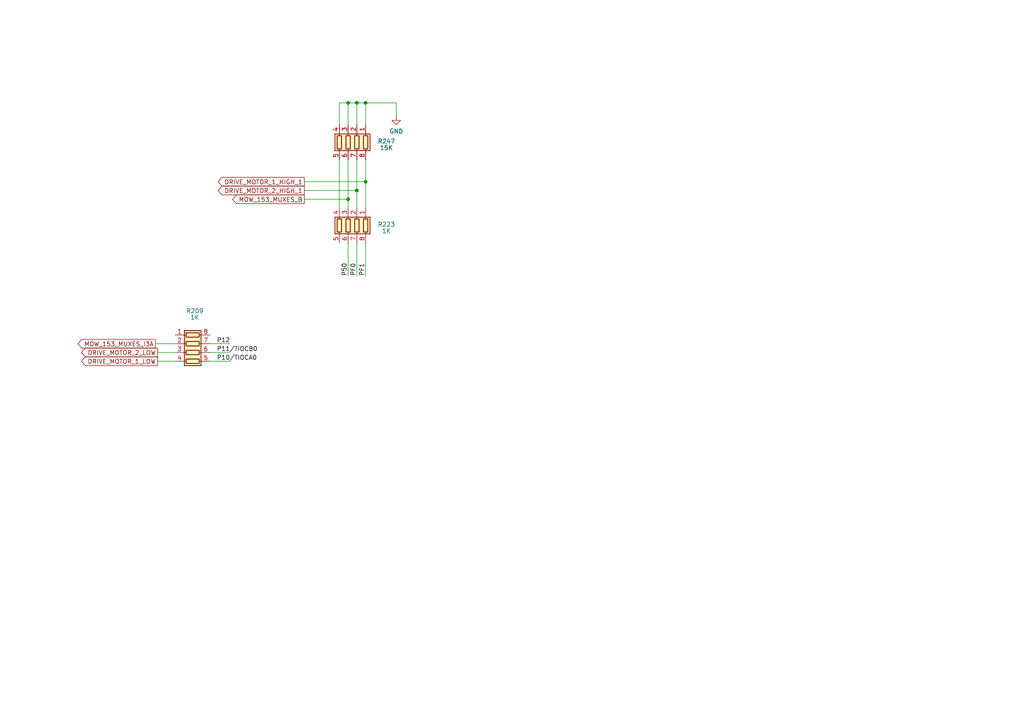
<source format=kicad_sch>
(kicad_sch (version 20250114) (generator "eeschema") (generator_version "9.0")
  (paper "A4")
  (lib_symbols
    (symbol "Device:R_Pack04" (pin_names (offset 0) (hide yes))
      (property "Reference" "RN" (at -7.62 0 90))
      (property "Value" "R_Pack04" (at 5.08 0 90))
      (symbol "R_Pack04_0_1"
        (rectangle (start -6.35 -2.413) (end 3.81 2.413) (stroke (width 0.254)) (fill (type background)))
        (rectangle (start -5.715 1.905) (end -4.445 -1.905) (stroke (width 0.254)))
        (polyline (pts (xy -5.08 1.905) (xy -5.08 2.54)))
        (polyline (pts (xy -5.08 -2.54) (xy -5.08 -1.905)))
        (rectangle (start -3.175 1.905) (end -1.905 -1.905) (stroke (width 0.254)))
        (polyline (pts (xy -2.54 1.905) (xy -2.54 2.54)))
        (polyline (pts (xy -2.54 -2.54) (xy -2.54 -1.905)))
        (rectangle (start -0.635 1.905) (end 0.635 -1.905) (stroke (width 0.254)))
        (polyline (pts (xy 0 1.905) (xy 0 2.54)))
        (polyline (pts (xy 0 -2.54) (xy 0 -1.905)))
        (rectangle (start 1.905 1.905) (end 3.175 -1.905) (stroke (width 0.254)))
        (polyline (pts (xy 2.54 1.905) (xy 2.54 2.54)))
        (polyline (pts (xy 2.54 -2.54) (xy 2.54 -1.905)))
      )
      (symbol "R_Pack04_1_1"
        (pin passive line (at -5.08 5.08 270) (length 2.54) (name "R1.2") (number "8"))
        (pin passive line (at -5.08 -5.08 90) (length 2.54) (name "R1.1") (number "1"))
        (pin passive line (at -2.54 5.08 270) (length 2.54) (name "R2.2") (number "7"))
        (pin passive line (at -2.54 -5.08 90) (length 2.54) (name "R2.1") (number "2"))
        (pin passive line (at 0 5.08 270) (length 2.54) (name "R3.2") (number "6"))
        (pin passive line (at 0 -5.08 90) (length 2.54) (name "R3.1") (number "3"))
        (pin passive line (at 2.54 5.08 270) (length 2.54) (name "R4.2") (number "5"))
        (pin passive line (at 2.54 -5.08 90) (length 2.54) (name "R4.1") (number "4"))
      )
    )
    (symbol "power:GND" (power) (pin_numbers (hide yes)) (pin_names (offset 0) (hide yes))
      (property "Value" "GND" (at 0 -3.81 0))
      (symbol "GND_0_1"
        (polyline (pts (xy 0 0) (xy 0 -1.27) (xy 1.27 -1.27) (xy 0 -2.54) (xy -1.27 -1.27) (xy 0 -1.27)))
      )
      (symbol "GND_1_1"
        (pin power_in line (at 0 0 270) (length 0) (name "~") (number "1"))
      )
    )
  )
  (junction (at 106.045 29.845))
  (junction (at 106.045 52.705))
  (junction (at 103.505 55.245))
  (junction (at 103.505 29.845))
  (junction (at 100.965 29.845))
  (junction (at 100.965 57.785))
  (wire (pts (xy 60.96 102.235) (xy 66.675 102.235)))
  (wire (pts (xy 88.265 57.785) (xy 100.965 57.785)))
  (wire (pts (xy 98.425 36.195) (xy 98.425 29.845)))
  (wire (pts (xy 103.505 70.485) (xy 103.505 80.01)))
  (wire (pts (xy 45.72 104.775) (xy 50.8 104.775)))
  (wire (pts (xy 103.505 60.325) (xy 103.505 55.245)))
  (wire (pts (xy 98.425 60.325) (xy 98.425 46.355)))
  (wire (pts (xy 106.045 52.705) (xy 106.045 60.325)))
  (wire (pts (xy 106.045 70.485) (xy 106.045 80.01)))
  (wire (pts (xy 45.72 102.235) (xy 50.8 102.235)))
  (wire (pts (xy 60.96 99.695) (xy 66.675 99.695)))
  (wire (pts (xy 88.265 52.705) (xy 106.045 52.705)))
  (wire (pts (xy 106.045 29.845) (xy 114.935 29.845)))
  (wire (pts (xy 98.425 29.845) (xy 100.965 29.845)))
  (wire (pts (xy 106.045 46.355) (xy 106.045 52.705)))
  (wire (pts (xy 100.965 57.785) (xy 100.965 46.355)))
  (wire (pts (xy 100.965 70.485) (xy 100.965 80.01)))
  (wire (pts (xy 103.505 29.845) (xy 103.505 36.195)))
  (wire (pts (xy 103.505 29.845) (xy 106.045 29.845)))
  (wire (pts (xy 50.8 99.695) (xy 45.085 99.695)))
  (wire (pts (xy 103.505 55.245) (xy 103.505 46.355)))
  (wire (pts (xy 100.965 29.845) (xy 103.505 29.845)))
  (wire (pts (xy 114.935 29.845) (xy 114.935 33.655)))
  (wire (pts (xy 106.045 36.195) (xy 106.045 29.845)))
  (wire (pts (xy 60.96 104.775) (xy 66.675 104.775)))
  (wire (pts (xy 88.265 55.245) (xy 103.505 55.245)))
  (wire (pts (xy 100.965 29.845) (xy 100.965 36.195)))
  (wire (pts (xy 100.965 60.325) (xy 100.965 57.785)))
  (label "P12" (at 62.865 99.695 0))
  (label "P11{slash}TIOCB0" (at 62.865 102.235 0))
  (label "P50" (at 100.965 76.2 270))
  (label "PF1" (at 106.045 80.01 90))
  (label "PF0" (at 103.505 80.01 90))
  (label "P10{slash}TIOCA0" (at 62.865 104.775 0))
  (global_label "DRIVE_MOTOR_1_LOW" (shape output) (at 45.72 104.775 180) (property "Intersheetrefs" "${INTERSHEET_REFS}" (effects (hide yes))))
  (global_label "DRIVE_MOTOR_1_HIGH_1" (shape output) (at 88.265 52.705 180) (property "Intersheetrefs" "${INTERSHEET_REFS}" (effects (hide yes))))
  (global_label "DRIVE_MOTOR_2_LOW" (shape output) (at 45.72 102.235 180) (property "Intersheetrefs" "${INTERSHEET_REFS}" (effects (hide yes))))
  (global_label "MOW_153_MUXES_I3A" (shape output) (at 45.085 99.695 180) (property "Intersheetrefs" "${INTERSHEET_REFS}" (effects (hide yes))))
  (global_label "DRIVE_MOTOR_2_HIGH_1" (shape output) (at 88.265 55.245 180) (property "Intersheetrefs" "${INTERSHEET_REFS}" (effects (hide yes))))
  (global_label "MOW_153_MUXES_B" (shape output) (at 88.265 57.785 180) (property "Intersheetrefs" "${INTERSHEET_REFS}" (effects (hide yes))))
  (symbol (lib_id "Device:R_Pack04") (at 55.88 102.235 270) (unit 1)
    (property "Reference" "R209" (at 56.515 90.17 90))
    (property "Value" "1K" (at 56.515 92.075 90))
    (property "Description" "4 resistor network, parallel topology" (effects (hide yes)))
  )
  (symbol (lib_id "Device:R_Pack04") (at 100.965 41.275 180) (unit 1)
    (property "Reference" "R247" (at 112.0775 40.9575 0))
    (property "Value" "15K" (at 112.0775 42.8625 0))
    (property "Description" "4 resistor network, parallel topology" (effects (hide yes)))
  )
  (symbol (lib_id "Device:R_Pack04") (at 100.965 65.405 180) (unit 1)
    (property "Reference" "R223" (at 112.0775 65.0875 0))
    (property "Value" "1K" (at 112.0775 66.9925 0))
    (property "Description" "4 resistor network, parallel topology" (effects (hide yes)))
  )
  (symbol (lib_id "power:GND") (at 114.935 33.655 0) (unit 1)
    (property "Reference" "#PWR43" (effects (hide yes)))
    (property "Value" "GND" (at 114.935 38.1 0))
    (property "Description" "Power symbol creates a global label with name \"GND\" , ground" (effects (hide yes)))
  )
)
</source>
